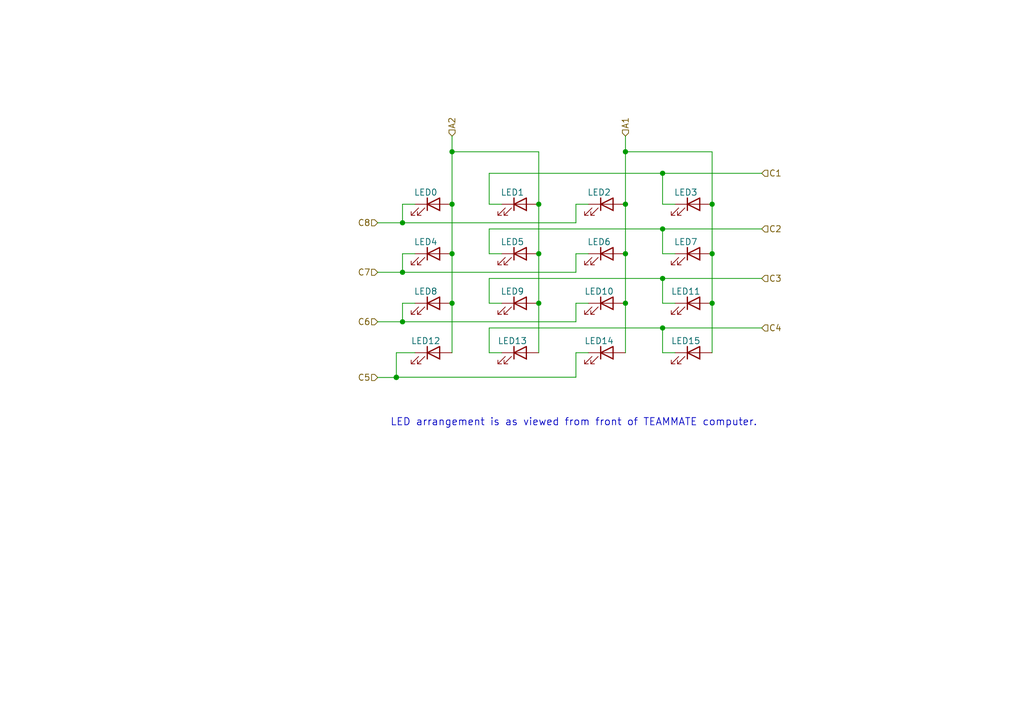
<source format=kicad_sch>
(kicad_sch (version 20211123) (generator eeschema)
  (paper "A5")
  (title_block (title "TEAMMATE LED Array"))
  (lib_symbols
    (symbol "Device:LED" (pin_numbers hide) (pin_names (offset 1.016) hide)
      (property "Reference" "D" (at 0 2.54 0))
      (property "Value" "LED" (at 0 -2.54 0))
      (symbol "LED_0_1"
        (polyline (pts (xy -1.27 -1.27) (xy -1.27 1.27)) (stroke (width 0.254)))
        (polyline (pts (xy -1.27 0) (xy 1.27 0)))
        (polyline (pts (xy 1.27 -1.27) (xy 1.27 1.27) (xy -1.27 0) (xy 1.27 -1.27)) (stroke (width 0.254)))
        (polyline (pts (xy -3.048 -0.762) (xy -4.572 -2.286) (xy -3.81 -2.286) (xy -4.572 -2.286) (xy -4.572 -1.524)))
        (polyline (pts (xy -1.778 -0.762) (xy -3.302 -2.286) (xy -2.54 -2.286) (xy -3.302 -2.286) (xy -3.302 -1.524)))
      )
      (symbol "LED_1_1"
        (pin passive line (at -3.81 0 0) (length 2.54) (name "K") (number "1"))
        (pin passive line (at 3.81 0 180) (length 2.54) (name "A") (number "2"))
      )
    )
  )
  (junction (at 92.71 31.1439))
  (junction (at 81.28 77.47))
  (junction (at 81.28 77.4166))
  (junction (at 82.55 55.88))
  (junction (at 128.27 41.91))
  (junction (at 82.55 45.72))
  (junction (at 92.71 41.91))
  (junction (at 110.49 52.07))
  (junction (at 82.55 66.04))
  (junction (at 146.05 62.23))
  (junction (at 146.05 52.07))
  (junction (at 128.27 31.1439))
  (junction (at 135.89 57.15))
  (junction (at 128.27 62.23))
  (junction (at 92.71 62.23))
  (junction (at 92.71 52.07))
  (junction (at 128.27 52.07))
  (junction (at 146.05 41.91))
  (junction (at 110.49 41.91))
  (junction (at 135.89 67.31))
  (junction (at 135.89 46.99))
  (junction (at 110.49 62.23))
  (junction (at 135.89 35.56))
  (wire (pts (xy 81.28 77.47) (xy 81.28 77.4166)))
  (wire (pts (xy 135.89 41.91) (xy 138.43 41.91)))
  (wire (pts (xy 135.89 57.15) (xy 156.21 57.15)))
  (wire (pts (xy 100.33 46.99) (xy 100.33 52.07)))
  (wire (pts (xy 135.89 52.07) (xy 138.43 52.07)))
  (wire (pts (xy 118.11 45.72) (xy 118.11 41.91)))
  (wire (pts (xy 82.55 45.72) (xy 118.11 45.72)))
  (wire (pts (xy 146.05 31.1439) (xy 128.27 31.1439)))
  (wire (pts (xy 118.11 77.4166) (xy 118.11 72.39)))
  (wire (pts (xy 100.33 62.23) (xy 102.87 62.23)))
  (wire (pts (xy 82.55 55.88) (xy 118.11 55.88)))
  (wire (pts (xy 100.33 72.39) (xy 102.87 72.39)))
  (wire (pts (xy 128.27 52.07) (xy 128.27 62.23)))
  (wire (pts (xy 82.55 62.23) (xy 85.09 62.23)))
  (wire (pts (xy 92.71 27.94) (xy 92.71 31.1439)))
  (wire (pts (xy 92.71 62.23) (xy 92.71 72.39)))
  (wire (pts (xy 77.47 55.88) (xy 82.55 55.88)))
  (wire (pts (xy 135.89 67.31) (xy 135.89 72.39)))
  (wire (pts (xy 128.27 31.1439) (xy 128.27 41.91)))
  (wire (pts (xy 128.27 27.94) (xy 128.27 31.1439)))
  (wire (pts (xy 110.49 41.91) (xy 110.49 31.1439)))
  (wire (pts (xy 110.49 52.07) (xy 110.49 62.23)))
  (wire (pts (xy 146.05 52.07) (xy 146.05 62.23)))
  (wire (pts (xy 100.33 57.15) (xy 100.33 62.23)))
  (wire (pts (xy 82.55 41.91) (xy 85.09 41.91)))
  (wire (pts (xy 135.89 67.31) (xy 156.21 67.31)))
  (wire (pts (xy 146.05 62.23) (xy 146.05 72.39)))
  (wire (pts (xy 92.71 41.91) (xy 92.71 52.07)))
  (wire (pts (xy 92.71 52.07) (xy 92.71 62.23)))
  (wire (pts (xy 100.33 52.07) (xy 102.87 52.07)))
  (wire (pts (xy 118.11 41.91) (xy 120.65 41.91)))
  (wire (pts (xy 100.33 57.15) (xy 135.89 57.15)))
  (wire (pts (xy 81.28 72.39) (xy 85.09 72.39)))
  (wire (pts (xy 128.27 62.23) (xy 128.27 72.39)))
  (wire (pts (xy 135.89 62.23) (xy 138.43 62.23)))
  (wire (pts (xy 77.47 66.04) (xy 82.55 66.04)))
  (wire (pts (xy 100.33 67.31) (xy 100.33 72.39)))
  (wire (pts (xy 118.11 72.39) (xy 120.65 72.39)))
  (wire (pts (xy 128.27 41.91) (xy 128.27 52.07)))
  (wire (pts (xy 146.05 41.91) (xy 146.05 52.07)))
  (wire (pts (xy 135.89 46.99) (xy 156.21 46.99)))
  (wire (pts (xy 100.33 35.56) (xy 135.89 35.56)))
  (wire (pts (xy 110.49 62.23) (xy 110.49 72.39)))
  (wire (pts (xy 135.89 46.99) (xy 135.89 52.07)))
  (wire (pts (xy 110.49 41.91) (xy 110.49 52.07)))
  (wire (pts (xy 82.55 45.72) (xy 82.55 41.91)))
  (wire (pts (xy 100.33 35.56) (xy 100.33 41.91)))
  (wire (pts (xy 118.11 55.88) (xy 118.11 52.07)))
  (wire (pts (xy 82.55 52.07) (xy 85.09 52.07)))
  (wire (pts (xy 82.55 66.04) (xy 118.11 66.04)))
  (wire (pts (xy 146.05 41.91) (xy 146.05 31.1439)))
  (wire (pts (xy 82.55 55.88) (xy 82.55 52.07)))
  (wire (pts (xy 92.71 31.1439) (xy 92.71 41.91)))
  (wire (pts (xy 118.11 62.23) (xy 120.65 62.23)))
  (wire (pts (xy 135.89 72.39) (xy 138.43 72.39)))
  (wire (pts (xy 77.47 45.72) (xy 82.55 45.72)))
  (wire (pts (xy 118.11 66.04) (xy 118.11 62.23)))
  (wire (pts (xy 135.89 57.15) (xy 135.89 62.23)))
  (wire (pts (xy 100.33 46.99) (xy 135.89 46.99)))
  (wire (pts (xy 135.89 35.56) (xy 135.89 41.91)))
  (wire (pts (xy 135.89 35.56) (xy 156.21 35.56)))
  (wire (pts (xy 82.55 66.04) (xy 82.55 62.23)))
  (wire (pts (xy 81.28 77.4166) (xy 81.28 72.39)))
  (wire (pts (xy 77.47 77.47) (xy 81.28 77.47)))
  (wire (pts (xy 100.33 41.91) (xy 102.87 41.91)))
  (wire (pts (xy 81.28 77.4166) (xy 118.11 77.4166)))
  (wire (pts (xy 100.33 67.31) (xy 135.89 67.31)))
  (wire (pts (xy 118.11 52.07) (xy 120.65 52.07)))
  (wire (pts (xy 92.71 31.1439) (xy 110.49 31.1439)))
  (text "LED arrangement is as viewed from front of TEAMMATE computer." (at 80.01 87.63 0) (effects (font (size 1.5 1.5)) (justify left bottom)))
  (hierarchical_label "C1" (shape input) (at 156.21 35.56 0))
  (hierarchical_label "C2" (shape input) (at 156.21 46.99 0))
  (hierarchical_label "C4" (shape input) (at 156.21 67.31 0))
  (hierarchical_label "C8" (shape input) (at 77.47 45.72 180))
  (hierarchical_label "C5" (shape input) (at 77.47 77.47 180))
  (hierarchical_label "A2" (shape input) (at 92.71 27.94 90))
  (hierarchical_label "C7" (shape input) (at 77.47 55.88 180))
  (hierarchical_label "A1" (shape input) (at 128.27 27.94 90))
  (hierarchical_label "C6" (shape input) (at 77.47 66.04 180))
  (hierarchical_label "C3" (shape input) (at 156.21 57.15 0))
  (symbol (lib_id "Device:LED") (at 142.24 72.39 0) (unit 1)
    (property "Reference" "D?" (effects hide))
    (property "Value" "LED15" (at 140.6525 69.9571 0))
  )
  (symbol (lib_id "Device:LED") (at 124.46 52.07 0) (unit 1)
    (property "Reference" "D?" (effects hide))
    (property "Value" "LED6" (at 122.8725 49.6371 0))
  )
  (symbol (lib_id "Device:LED") (at 106.68 52.07 0) (unit 1)
    (property "Reference" "D?" (effects hide))
    (property "Value" "LED5" (at 105.0925 49.6371 0))
  )
  (symbol (lib_id "Device:LED") (at 106.68 41.91 0) (unit 1)
    (property "Reference" "D?" (effects hide))
    (property "Value" "LED1" (at 105.0925 39.4771 0))
  )
  (symbol (lib_id "Device:LED") (at 142.24 52.07 0) (unit 1)
    (property "Reference" "D?" (effects hide))
    (property "Value" "LED7" (at 140.6525 49.6371 0))
  )
  (symbol (lib_id "Device:LED") (at 124.46 72.39 0) (unit 1)
    (property "Reference" "D?" (effects hide))
    (property "Value" "LED14" (at 122.8725 69.9571 0))
  )
  (symbol (lib_id "Device:LED") (at 124.46 62.23 0) (unit 1)
    (property "Reference" "D?" (effects hide))
    (property "Value" "LED10" (at 122.8725 59.7971 0))
  )
  (symbol (lib_id "Device:LED") (at 124.46 41.91 0) (unit 1)
    (property "Reference" "D?" (effects hide))
    (property "Value" "LED2" (at 122.8725 39.4771 0))
  )
  (symbol (lib_id "Device:LED") (at 88.9 52.07 0) (unit 1)
    (property "Reference" "D?" (effects hide))
    (property "Value" "LED4" (at 87.3125 49.6371 0))
  )
  (symbol (lib_id "Device:LED") (at 88.9 72.39 0) (unit 1)
    (property "Reference" "D?" (effects hide))
    (property "Value" "LED12" (at 87.3125 69.9571 0))
  )
  (symbol (lib_id "Device:LED") (at 88.9 62.23 0) (unit 1)
    (property "Reference" "D?" (effects hide))
    (property "Value" "LED8" (at 87.3125 59.7971 0))
  )
  (symbol (lib_id "Device:LED") (at 88.9 41.91 0) (unit 1)
    (property "Reference" "D?" (effects hide))
    (property "Value" "LED0" (at 87.3125 39.4771 0))
  )
  (symbol (lib_id "Device:LED") (at 106.68 62.23 0) (unit 1)
    (property "Reference" "D?" (effects hide))
    (property "Value" "LED9" (at 105.0925 59.7971 0))
  )
  (symbol (lib_id "Device:LED") (at 142.24 62.23 0) (unit 1)
    (property "Reference" "D?" (effects hide))
    (property "Value" "LED11" (at 140.6525 59.7971 0))
  )
  (symbol (lib_id "Device:LED") (at 106.68 72.39 0) (unit 1)
    (property "Reference" "D?" (effects hide))
    (property "Value" "LED13" (at 105.0925 69.9571 0))
  )
  (symbol (lib_id "Device:LED") (at 142.24 41.91 0) (unit 1)
    (property "Reference" "D?" (effects hide))
    (property "Value" "LED3" (at 140.6525 39.4771 0))
  )
)
</source>
